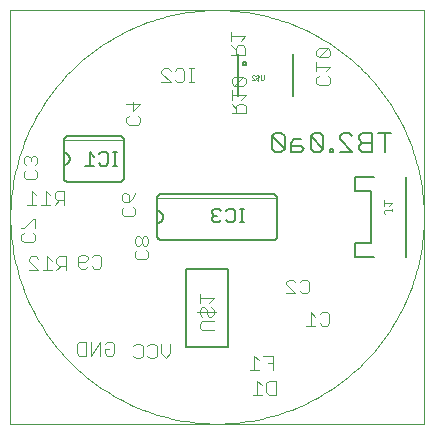
<source format=gbo>
G75*
%MOIN*%
%OFA0B0*%
%FSLAX25Y25*%
%IPPOS*%
%LPD*%
%AMOC8*
5,1,8,0,0,1.08239X$1,22.5*
%
%ADD10C,0.00000*%
%ADD11C,0.00060*%
%ADD12C,0.00600*%
%ADD13C,0.00400*%
%ADD14C,0.00200*%
%ADD15C,0.00500*%
%ADD16C,0.00800*%
%ADD17C,0.00100*%
D10*
X0003862Y0002287D02*
X0003862Y0140083D01*
X0141657Y0140083D01*
X0141657Y0002287D01*
X0003862Y0002287D01*
D11*
X0003862Y0071185D02*
X0003883Y0072876D01*
X0003945Y0074566D01*
X0004049Y0076253D01*
X0004194Y0077938D01*
X0004380Y0079619D01*
X0004608Y0081294D01*
X0004876Y0082964D01*
X0005186Y0084626D01*
X0005536Y0086281D01*
X0005927Y0087926D01*
X0006358Y0089561D01*
X0006829Y0091185D01*
X0007339Y0092797D01*
X0007889Y0094396D01*
X0008479Y0095981D01*
X0009107Y0097551D01*
X0009773Y0099105D01*
X0010477Y0100643D01*
X0011219Y0102162D01*
X0011997Y0103663D01*
X0012813Y0105145D01*
X0013664Y0106606D01*
X0014551Y0108045D01*
X0015473Y0109463D01*
X0016430Y0110857D01*
X0017421Y0112227D01*
X0018445Y0113573D01*
X0019501Y0114893D01*
X0020590Y0116187D01*
X0021710Y0117454D01*
X0022861Y0118693D01*
X0024042Y0119903D01*
X0025252Y0121084D01*
X0026491Y0122235D01*
X0027758Y0123355D01*
X0029052Y0124444D01*
X0030372Y0125500D01*
X0031718Y0126524D01*
X0033088Y0127515D01*
X0034482Y0128472D01*
X0035900Y0129394D01*
X0037339Y0130281D01*
X0038800Y0131132D01*
X0040282Y0131948D01*
X0041783Y0132726D01*
X0043302Y0133468D01*
X0044840Y0134172D01*
X0046394Y0134838D01*
X0047964Y0135466D01*
X0049549Y0136056D01*
X0051148Y0136606D01*
X0052760Y0137116D01*
X0054384Y0137587D01*
X0056019Y0138018D01*
X0057664Y0138409D01*
X0059319Y0138759D01*
X0060981Y0139069D01*
X0062651Y0139337D01*
X0064326Y0139565D01*
X0066007Y0139751D01*
X0067692Y0139896D01*
X0069379Y0140000D01*
X0071069Y0140062D01*
X0072760Y0140083D01*
X0074451Y0140062D01*
X0076141Y0140000D01*
X0077828Y0139896D01*
X0079513Y0139751D01*
X0081194Y0139565D01*
X0082869Y0139337D01*
X0084539Y0139069D01*
X0086201Y0138759D01*
X0087856Y0138409D01*
X0089501Y0138018D01*
X0091136Y0137587D01*
X0092760Y0137116D01*
X0094372Y0136606D01*
X0095971Y0136056D01*
X0097556Y0135466D01*
X0099126Y0134838D01*
X0100680Y0134172D01*
X0102218Y0133468D01*
X0103737Y0132726D01*
X0105238Y0131948D01*
X0106720Y0131132D01*
X0108181Y0130281D01*
X0109620Y0129394D01*
X0111038Y0128472D01*
X0112432Y0127515D01*
X0113802Y0126524D01*
X0115148Y0125500D01*
X0116468Y0124444D01*
X0117762Y0123355D01*
X0119029Y0122235D01*
X0120268Y0121084D01*
X0121478Y0119903D01*
X0122659Y0118693D01*
X0123810Y0117454D01*
X0124930Y0116187D01*
X0126019Y0114893D01*
X0127075Y0113573D01*
X0128099Y0112227D01*
X0129090Y0110857D01*
X0130047Y0109463D01*
X0130969Y0108045D01*
X0131856Y0106606D01*
X0132707Y0105145D01*
X0133523Y0103663D01*
X0134301Y0102162D01*
X0135043Y0100643D01*
X0135747Y0099105D01*
X0136413Y0097551D01*
X0137041Y0095981D01*
X0137631Y0094396D01*
X0138181Y0092797D01*
X0138691Y0091185D01*
X0139162Y0089561D01*
X0139593Y0087926D01*
X0139984Y0086281D01*
X0140334Y0084626D01*
X0140644Y0082964D01*
X0140912Y0081294D01*
X0141140Y0079619D01*
X0141326Y0077938D01*
X0141471Y0076253D01*
X0141575Y0074566D01*
X0141637Y0072876D01*
X0141658Y0071185D01*
X0141637Y0069494D01*
X0141575Y0067804D01*
X0141471Y0066117D01*
X0141326Y0064432D01*
X0141140Y0062751D01*
X0140912Y0061076D01*
X0140644Y0059406D01*
X0140334Y0057744D01*
X0139984Y0056089D01*
X0139593Y0054444D01*
X0139162Y0052809D01*
X0138691Y0051185D01*
X0138181Y0049573D01*
X0137631Y0047974D01*
X0137041Y0046389D01*
X0136413Y0044819D01*
X0135747Y0043265D01*
X0135043Y0041727D01*
X0134301Y0040208D01*
X0133523Y0038707D01*
X0132707Y0037225D01*
X0131856Y0035764D01*
X0130969Y0034325D01*
X0130047Y0032907D01*
X0129090Y0031513D01*
X0128099Y0030143D01*
X0127075Y0028797D01*
X0126019Y0027477D01*
X0124930Y0026183D01*
X0123810Y0024916D01*
X0122659Y0023677D01*
X0121478Y0022467D01*
X0120268Y0021286D01*
X0119029Y0020135D01*
X0117762Y0019015D01*
X0116468Y0017926D01*
X0115148Y0016870D01*
X0113802Y0015846D01*
X0112432Y0014855D01*
X0111038Y0013898D01*
X0109620Y0012976D01*
X0108181Y0012089D01*
X0106720Y0011238D01*
X0105238Y0010422D01*
X0103737Y0009644D01*
X0102218Y0008902D01*
X0100680Y0008198D01*
X0099126Y0007532D01*
X0097556Y0006904D01*
X0095971Y0006314D01*
X0094372Y0005764D01*
X0092760Y0005254D01*
X0091136Y0004783D01*
X0089501Y0004352D01*
X0087856Y0003961D01*
X0086201Y0003611D01*
X0084539Y0003301D01*
X0082869Y0003033D01*
X0081194Y0002805D01*
X0079513Y0002619D01*
X0077828Y0002474D01*
X0076141Y0002370D01*
X0074451Y0002308D01*
X0072760Y0002287D01*
X0071069Y0002308D01*
X0069379Y0002370D01*
X0067692Y0002474D01*
X0066007Y0002619D01*
X0064326Y0002805D01*
X0062651Y0003033D01*
X0060981Y0003301D01*
X0059319Y0003611D01*
X0057664Y0003961D01*
X0056019Y0004352D01*
X0054384Y0004783D01*
X0052760Y0005254D01*
X0051148Y0005764D01*
X0049549Y0006314D01*
X0047964Y0006904D01*
X0046394Y0007532D01*
X0044840Y0008198D01*
X0043302Y0008902D01*
X0041783Y0009644D01*
X0040282Y0010422D01*
X0038800Y0011238D01*
X0037339Y0012089D01*
X0035900Y0012976D01*
X0034482Y0013898D01*
X0033088Y0014855D01*
X0031718Y0015846D01*
X0030372Y0016870D01*
X0029052Y0017926D01*
X0027758Y0019015D01*
X0026491Y0020135D01*
X0025252Y0021286D01*
X0024042Y0022467D01*
X0022861Y0023677D01*
X0021710Y0024916D01*
X0020590Y0026183D01*
X0019501Y0027477D01*
X0018445Y0028797D01*
X0017421Y0030143D01*
X0016430Y0031513D01*
X0015473Y0032907D01*
X0014551Y0034325D01*
X0013664Y0035764D01*
X0012813Y0037225D01*
X0011997Y0038707D01*
X0011219Y0040208D01*
X0010477Y0041727D01*
X0009773Y0043265D01*
X0009107Y0044819D01*
X0008479Y0046389D01*
X0007889Y0047974D01*
X0007339Y0049573D01*
X0006829Y0051185D01*
X0006358Y0052809D01*
X0005927Y0054444D01*
X0005536Y0056089D01*
X0005186Y0057744D01*
X0004876Y0059406D01*
X0004608Y0061076D01*
X0004380Y0062751D01*
X0004194Y0064432D01*
X0004049Y0066117D01*
X0003945Y0067804D01*
X0003883Y0069494D01*
X0003862Y0071185D01*
D12*
X0021657Y0084355D02*
X0021657Y0096755D01*
X0021659Y0096831D01*
X0021665Y0096907D01*
X0021674Y0096982D01*
X0021688Y0097057D01*
X0021705Y0097131D01*
X0021726Y0097204D01*
X0021750Y0097276D01*
X0021779Y0097347D01*
X0021810Y0097416D01*
X0021845Y0097483D01*
X0021884Y0097548D01*
X0021926Y0097612D01*
X0021971Y0097673D01*
X0022019Y0097732D01*
X0022070Y0097788D01*
X0022124Y0097842D01*
X0022180Y0097893D01*
X0022239Y0097941D01*
X0022300Y0097986D01*
X0022364Y0098028D01*
X0022429Y0098067D01*
X0022496Y0098102D01*
X0022565Y0098133D01*
X0022636Y0098162D01*
X0022708Y0098186D01*
X0022781Y0098207D01*
X0022855Y0098224D01*
X0022930Y0098238D01*
X0023005Y0098247D01*
X0023081Y0098253D01*
X0023157Y0098255D01*
X0040157Y0098255D01*
X0040233Y0098253D01*
X0040309Y0098247D01*
X0040384Y0098238D01*
X0040459Y0098224D01*
X0040533Y0098207D01*
X0040606Y0098186D01*
X0040678Y0098162D01*
X0040749Y0098133D01*
X0040818Y0098102D01*
X0040885Y0098067D01*
X0040950Y0098028D01*
X0041014Y0097986D01*
X0041075Y0097941D01*
X0041134Y0097893D01*
X0041190Y0097842D01*
X0041244Y0097788D01*
X0041295Y0097732D01*
X0041343Y0097673D01*
X0041388Y0097612D01*
X0041430Y0097548D01*
X0041469Y0097483D01*
X0041504Y0097416D01*
X0041535Y0097347D01*
X0041564Y0097276D01*
X0041588Y0097204D01*
X0041609Y0097131D01*
X0041626Y0097057D01*
X0041640Y0096982D01*
X0041649Y0096907D01*
X0041655Y0096831D01*
X0041657Y0096755D01*
X0041657Y0084355D01*
X0041655Y0084279D01*
X0041649Y0084203D01*
X0041640Y0084128D01*
X0041626Y0084053D01*
X0041609Y0083979D01*
X0041588Y0083906D01*
X0041564Y0083834D01*
X0041535Y0083763D01*
X0041504Y0083694D01*
X0041469Y0083627D01*
X0041430Y0083562D01*
X0041388Y0083498D01*
X0041343Y0083437D01*
X0041295Y0083378D01*
X0041244Y0083322D01*
X0041190Y0083268D01*
X0041134Y0083217D01*
X0041075Y0083169D01*
X0041014Y0083124D01*
X0040950Y0083082D01*
X0040885Y0083043D01*
X0040818Y0083008D01*
X0040749Y0082977D01*
X0040678Y0082948D01*
X0040606Y0082924D01*
X0040533Y0082903D01*
X0040459Y0082886D01*
X0040384Y0082872D01*
X0040309Y0082863D01*
X0040233Y0082857D01*
X0040157Y0082855D01*
X0023157Y0082855D01*
X0023081Y0082857D01*
X0023005Y0082863D01*
X0022930Y0082872D01*
X0022855Y0082886D01*
X0022781Y0082903D01*
X0022708Y0082924D01*
X0022636Y0082948D01*
X0022565Y0082977D01*
X0022496Y0083008D01*
X0022429Y0083043D01*
X0022364Y0083082D01*
X0022300Y0083124D01*
X0022239Y0083169D01*
X0022180Y0083217D01*
X0022124Y0083268D01*
X0022070Y0083322D01*
X0022019Y0083378D01*
X0021971Y0083437D01*
X0021926Y0083498D01*
X0021884Y0083562D01*
X0021845Y0083627D01*
X0021810Y0083694D01*
X0021779Y0083763D01*
X0021750Y0083834D01*
X0021726Y0083906D01*
X0021705Y0083979D01*
X0021688Y0084053D01*
X0021674Y0084128D01*
X0021665Y0084203D01*
X0021659Y0084279D01*
X0021657Y0084355D01*
X0021657Y0088555D02*
X0021745Y0088557D01*
X0021834Y0088563D01*
X0021922Y0088573D01*
X0022009Y0088586D01*
X0022096Y0088604D01*
X0022182Y0088625D01*
X0022267Y0088650D01*
X0022350Y0088679D01*
X0022433Y0088712D01*
X0022513Y0088748D01*
X0022592Y0088787D01*
X0022670Y0088830D01*
X0022745Y0088877D01*
X0022818Y0088927D01*
X0022889Y0088980D01*
X0022958Y0089036D01*
X0023024Y0089095D01*
X0023087Y0089157D01*
X0023147Y0089221D01*
X0023205Y0089288D01*
X0023259Y0089358D01*
X0023311Y0089430D01*
X0023359Y0089504D01*
X0023404Y0089581D01*
X0023445Y0089659D01*
X0023483Y0089739D01*
X0023517Y0089820D01*
X0023548Y0089903D01*
X0023575Y0089988D01*
X0023598Y0090073D01*
X0023617Y0090159D01*
X0023633Y0090247D01*
X0023645Y0090334D01*
X0023653Y0090422D01*
X0023657Y0090511D01*
X0023657Y0090599D01*
X0023653Y0090688D01*
X0023645Y0090776D01*
X0023633Y0090863D01*
X0023617Y0090951D01*
X0023598Y0091037D01*
X0023575Y0091122D01*
X0023548Y0091207D01*
X0023517Y0091290D01*
X0023483Y0091371D01*
X0023445Y0091451D01*
X0023404Y0091529D01*
X0023359Y0091606D01*
X0023311Y0091680D01*
X0023259Y0091752D01*
X0023205Y0091822D01*
X0023147Y0091889D01*
X0023087Y0091953D01*
X0023024Y0092015D01*
X0022958Y0092074D01*
X0022889Y0092130D01*
X0022818Y0092183D01*
X0022745Y0092233D01*
X0022670Y0092280D01*
X0022592Y0092323D01*
X0022513Y0092362D01*
X0022433Y0092398D01*
X0022350Y0092431D01*
X0022267Y0092460D01*
X0022182Y0092485D01*
X0022096Y0092506D01*
X0022009Y0092524D01*
X0021922Y0092537D01*
X0021834Y0092547D01*
X0021745Y0092553D01*
X0021657Y0092555D01*
X0052760Y0077385D02*
X0052760Y0073185D01*
X0052760Y0069185D01*
X0052760Y0064985D01*
X0052762Y0064909D01*
X0052768Y0064833D01*
X0052777Y0064758D01*
X0052791Y0064683D01*
X0052808Y0064609D01*
X0052829Y0064536D01*
X0052853Y0064464D01*
X0052882Y0064393D01*
X0052913Y0064324D01*
X0052948Y0064257D01*
X0052987Y0064192D01*
X0053029Y0064128D01*
X0053074Y0064067D01*
X0053122Y0064008D01*
X0053173Y0063952D01*
X0053227Y0063898D01*
X0053283Y0063847D01*
X0053342Y0063799D01*
X0053403Y0063754D01*
X0053467Y0063712D01*
X0053532Y0063673D01*
X0053599Y0063638D01*
X0053668Y0063607D01*
X0053739Y0063578D01*
X0053811Y0063554D01*
X0053884Y0063533D01*
X0053958Y0063516D01*
X0054033Y0063502D01*
X0054108Y0063493D01*
X0054184Y0063487D01*
X0054260Y0063485D01*
X0091260Y0063485D01*
X0091336Y0063487D01*
X0091412Y0063493D01*
X0091487Y0063502D01*
X0091562Y0063516D01*
X0091636Y0063533D01*
X0091709Y0063554D01*
X0091781Y0063578D01*
X0091852Y0063607D01*
X0091921Y0063638D01*
X0091988Y0063673D01*
X0092053Y0063712D01*
X0092117Y0063754D01*
X0092178Y0063799D01*
X0092237Y0063847D01*
X0092293Y0063898D01*
X0092347Y0063952D01*
X0092398Y0064008D01*
X0092446Y0064067D01*
X0092491Y0064128D01*
X0092533Y0064192D01*
X0092572Y0064257D01*
X0092607Y0064324D01*
X0092638Y0064393D01*
X0092667Y0064464D01*
X0092691Y0064536D01*
X0092712Y0064609D01*
X0092729Y0064683D01*
X0092743Y0064758D01*
X0092752Y0064833D01*
X0092758Y0064909D01*
X0092760Y0064985D01*
X0092760Y0077385D01*
X0092758Y0077461D01*
X0092752Y0077537D01*
X0092743Y0077612D01*
X0092729Y0077687D01*
X0092712Y0077761D01*
X0092691Y0077834D01*
X0092667Y0077906D01*
X0092638Y0077977D01*
X0092607Y0078046D01*
X0092572Y0078113D01*
X0092533Y0078178D01*
X0092491Y0078242D01*
X0092446Y0078303D01*
X0092398Y0078362D01*
X0092347Y0078418D01*
X0092293Y0078472D01*
X0092237Y0078523D01*
X0092178Y0078571D01*
X0092117Y0078616D01*
X0092053Y0078658D01*
X0091988Y0078697D01*
X0091921Y0078732D01*
X0091852Y0078763D01*
X0091781Y0078792D01*
X0091709Y0078816D01*
X0091636Y0078837D01*
X0091562Y0078854D01*
X0091487Y0078868D01*
X0091412Y0078877D01*
X0091336Y0078883D01*
X0091260Y0078885D01*
X0054260Y0078885D01*
X0054184Y0078883D01*
X0054108Y0078877D01*
X0054033Y0078868D01*
X0053958Y0078854D01*
X0053884Y0078837D01*
X0053811Y0078816D01*
X0053739Y0078792D01*
X0053668Y0078763D01*
X0053599Y0078732D01*
X0053532Y0078697D01*
X0053467Y0078658D01*
X0053403Y0078616D01*
X0053342Y0078571D01*
X0053283Y0078523D01*
X0053227Y0078472D01*
X0053173Y0078418D01*
X0053122Y0078362D01*
X0053074Y0078303D01*
X0053029Y0078242D01*
X0052987Y0078178D01*
X0052948Y0078113D01*
X0052913Y0078046D01*
X0052882Y0077977D01*
X0052853Y0077906D01*
X0052829Y0077834D01*
X0052808Y0077761D01*
X0052791Y0077687D01*
X0052777Y0077612D01*
X0052768Y0077537D01*
X0052762Y0077461D01*
X0052760Y0077385D01*
X0052760Y0073185D02*
X0052848Y0073183D01*
X0052937Y0073177D01*
X0053025Y0073167D01*
X0053112Y0073154D01*
X0053199Y0073136D01*
X0053285Y0073115D01*
X0053370Y0073090D01*
X0053453Y0073061D01*
X0053536Y0073028D01*
X0053616Y0072992D01*
X0053695Y0072953D01*
X0053773Y0072910D01*
X0053848Y0072863D01*
X0053921Y0072813D01*
X0053992Y0072760D01*
X0054061Y0072704D01*
X0054127Y0072645D01*
X0054190Y0072583D01*
X0054250Y0072519D01*
X0054308Y0072452D01*
X0054362Y0072382D01*
X0054414Y0072310D01*
X0054462Y0072236D01*
X0054507Y0072159D01*
X0054548Y0072081D01*
X0054586Y0072001D01*
X0054620Y0071920D01*
X0054651Y0071837D01*
X0054678Y0071752D01*
X0054701Y0071667D01*
X0054720Y0071581D01*
X0054736Y0071493D01*
X0054748Y0071406D01*
X0054756Y0071318D01*
X0054760Y0071229D01*
X0054760Y0071141D01*
X0054756Y0071052D01*
X0054748Y0070964D01*
X0054736Y0070877D01*
X0054720Y0070789D01*
X0054701Y0070703D01*
X0054678Y0070618D01*
X0054651Y0070533D01*
X0054620Y0070450D01*
X0054586Y0070369D01*
X0054548Y0070289D01*
X0054507Y0070211D01*
X0054462Y0070134D01*
X0054414Y0070060D01*
X0054362Y0069988D01*
X0054308Y0069918D01*
X0054250Y0069851D01*
X0054190Y0069787D01*
X0054127Y0069725D01*
X0054061Y0069666D01*
X0053992Y0069610D01*
X0053921Y0069557D01*
X0053848Y0069507D01*
X0053773Y0069460D01*
X0053695Y0069417D01*
X0053616Y0069378D01*
X0053536Y0069342D01*
X0053453Y0069309D01*
X0053370Y0069280D01*
X0053285Y0069255D01*
X0053199Y0069234D01*
X0053112Y0069216D01*
X0053025Y0069203D01*
X0052937Y0069193D01*
X0052848Y0069187D01*
X0052760Y0069185D01*
X0091007Y0093812D02*
X0092075Y0092745D01*
X0094210Y0092745D01*
X0095277Y0093812D01*
X0091007Y0098083D01*
X0091007Y0093812D01*
X0095277Y0093812D02*
X0095277Y0098083D01*
X0094210Y0099150D01*
X0092075Y0099150D01*
X0091007Y0098083D01*
X0097453Y0095948D02*
X0097453Y0092745D01*
X0100655Y0092745D01*
X0101723Y0093812D01*
X0100655Y0094880D01*
X0097453Y0094880D01*
X0097453Y0095948D02*
X0098520Y0097015D01*
X0100655Y0097015D01*
X0103898Y0098083D02*
X0103898Y0093812D01*
X0104966Y0092745D01*
X0107101Y0092745D01*
X0108168Y0093812D01*
X0103898Y0098083D01*
X0104966Y0099150D01*
X0107101Y0099150D01*
X0108168Y0098083D01*
X0108168Y0093812D01*
X0110323Y0093812D02*
X0110323Y0092745D01*
X0111391Y0092745D01*
X0111391Y0093812D01*
X0110323Y0093812D01*
X0113566Y0092745D02*
X0117837Y0092745D01*
X0113566Y0097015D01*
X0113566Y0098083D01*
X0114634Y0099150D01*
X0116769Y0099150D01*
X0117837Y0098083D01*
X0120012Y0098083D02*
X0120012Y0097015D01*
X0121079Y0095948D01*
X0124282Y0095948D01*
X0124282Y0099150D02*
X0124282Y0092745D01*
X0121079Y0092745D01*
X0120012Y0093812D01*
X0120012Y0094880D01*
X0121079Y0095948D01*
X0120012Y0098083D02*
X0121079Y0099150D01*
X0124282Y0099150D01*
X0126457Y0099150D02*
X0130728Y0099150D01*
X0128592Y0099150D02*
X0128592Y0092745D01*
X0098201Y0111331D02*
X0098201Y0125528D01*
X0079602Y0125528D02*
X0079602Y0111331D01*
D13*
X0080710Y0110284D02*
X0082245Y0111819D01*
X0077641Y0111819D01*
X0077641Y0110284D02*
X0077641Y0113354D01*
X0078408Y0114888D02*
X0077641Y0115655D01*
X0077641Y0117190D01*
X0078408Y0117957D01*
X0081478Y0117957D01*
X0078408Y0114888D01*
X0081478Y0114888D01*
X0082245Y0115655D01*
X0082245Y0117190D01*
X0081478Y0117957D01*
X0082127Y0125247D02*
X0077523Y0125247D01*
X0079057Y0125247D02*
X0079057Y0127549D01*
X0079825Y0128317D01*
X0081359Y0128317D01*
X0082127Y0127549D01*
X0082127Y0125247D01*
X0079057Y0126782D02*
X0077523Y0128317D01*
X0077523Y0129851D02*
X0077523Y0132920D01*
X0077523Y0131386D02*
X0082127Y0131386D01*
X0080592Y0129851D01*
X0064902Y0120662D02*
X0063368Y0120662D01*
X0064135Y0120662D02*
X0064135Y0116058D01*
X0064902Y0116058D02*
X0063368Y0116058D01*
X0061833Y0116826D02*
X0061066Y0116058D01*
X0059531Y0116058D01*
X0058764Y0116826D01*
X0057229Y0116058D02*
X0054160Y0119128D01*
X0054160Y0119895D01*
X0054927Y0120662D01*
X0056462Y0120662D01*
X0057229Y0119895D01*
X0058764Y0119895D02*
X0059531Y0120662D01*
X0061066Y0120662D01*
X0061833Y0119895D01*
X0061833Y0116826D01*
X0057229Y0116058D02*
X0054160Y0116058D01*
X0047123Y0108804D02*
X0044821Y0106502D01*
X0044821Y0109571D01*
X0042519Y0108804D02*
X0047123Y0108804D01*
X0046355Y0104967D02*
X0047123Y0104200D01*
X0047123Y0102665D01*
X0046355Y0101898D01*
X0043286Y0101898D01*
X0042519Y0102665D01*
X0042519Y0104200D01*
X0043286Y0104967D01*
X0021729Y0079883D02*
X0019427Y0079883D01*
X0018660Y0079115D01*
X0018660Y0077581D01*
X0019427Y0076813D01*
X0021729Y0076813D01*
X0021729Y0075279D02*
X0021729Y0079883D01*
X0020195Y0076813D02*
X0018660Y0075279D01*
X0017125Y0075279D02*
X0014056Y0075279D01*
X0015591Y0075279D02*
X0015591Y0079883D01*
X0017125Y0078348D01*
X0012521Y0078348D02*
X0010987Y0079883D01*
X0010987Y0075279D01*
X0012521Y0075279D02*
X0009452Y0075279D01*
X0011293Y0070440D02*
X0008223Y0067371D01*
X0007456Y0067371D01*
X0008223Y0065836D02*
X0007456Y0065069D01*
X0007456Y0063534D01*
X0008223Y0062767D01*
X0011293Y0062767D01*
X0012060Y0063534D01*
X0012060Y0065069D01*
X0011293Y0065836D01*
X0012060Y0067371D02*
X0012060Y0070440D01*
X0011293Y0070440D01*
X0010732Y0058040D02*
X0009965Y0057273D01*
X0009965Y0056505D01*
X0013034Y0053436D01*
X0009965Y0053436D01*
X0014569Y0053436D02*
X0017638Y0053436D01*
X0019172Y0053436D02*
X0020707Y0054971D01*
X0019940Y0054971D02*
X0022242Y0054971D01*
X0022242Y0053436D02*
X0022242Y0058040D01*
X0019940Y0058040D01*
X0019172Y0057273D01*
X0019172Y0055738D01*
X0019940Y0054971D01*
X0017638Y0056505D02*
X0016103Y0058040D01*
X0016103Y0053436D01*
X0013034Y0057273D02*
X0012267Y0058040D01*
X0010732Y0058040D01*
X0026500Y0057773D02*
X0026500Y0054704D01*
X0027267Y0053936D01*
X0028802Y0053936D01*
X0029569Y0054704D01*
X0031104Y0054704D02*
X0031871Y0053936D01*
X0033406Y0053936D01*
X0034173Y0054704D01*
X0034173Y0057773D01*
X0033406Y0058540D01*
X0031871Y0058540D01*
X0031104Y0057773D01*
X0029569Y0057773D02*
X0029569Y0057005D01*
X0028802Y0056238D01*
X0026500Y0056238D01*
X0026500Y0057773D02*
X0027267Y0058540D01*
X0028802Y0058540D01*
X0029569Y0057773D01*
X0045275Y0057783D02*
X0045275Y0059318D01*
X0046042Y0060085D01*
X0046042Y0061620D02*
X0046809Y0061620D01*
X0047577Y0062387D01*
X0047577Y0063922D01*
X0046809Y0064689D01*
X0046042Y0064689D01*
X0045275Y0063922D01*
X0045275Y0062387D01*
X0046042Y0061620D01*
X0047577Y0062387D02*
X0048344Y0061620D01*
X0049111Y0061620D01*
X0049879Y0062387D01*
X0049879Y0063922D01*
X0049111Y0064689D01*
X0048344Y0064689D01*
X0047577Y0063922D01*
X0049111Y0060085D02*
X0049879Y0059318D01*
X0049879Y0057783D01*
X0049111Y0057016D01*
X0046042Y0057016D01*
X0045275Y0057783D01*
X0044757Y0071428D02*
X0041688Y0071428D01*
X0040920Y0072196D01*
X0040920Y0073730D01*
X0041688Y0074498D01*
X0041688Y0076032D02*
X0040920Y0076800D01*
X0040920Y0078334D01*
X0041688Y0079102D01*
X0042455Y0079102D01*
X0043222Y0078334D01*
X0043222Y0076032D01*
X0041688Y0076032D01*
X0043222Y0076032D02*
X0044757Y0077567D01*
X0045524Y0079102D01*
X0044757Y0074498D02*
X0045524Y0073730D01*
X0045524Y0072196D01*
X0044757Y0071428D01*
X0066972Y0045598D02*
X0066972Y0042529D01*
X0066972Y0044064D02*
X0071576Y0044064D01*
X0070042Y0042529D01*
X0070809Y0040994D02*
X0071576Y0040227D01*
X0071576Y0038693D01*
X0070809Y0037925D01*
X0070042Y0037925D01*
X0069274Y0038693D01*
X0069274Y0040227D01*
X0068507Y0040994D01*
X0067740Y0040994D01*
X0066972Y0040227D01*
X0066972Y0038693D01*
X0067740Y0037925D01*
X0067740Y0036391D02*
X0071576Y0036391D01*
X0071576Y0033321D02*
X0067740Y0033321D01*
X0066972Y0034089D01*
X0066972Y0035623D01*
X0067740Y0036391D01*
X0066205Y0039460D02*
X0072344Y0039460D01*
X0085110Y0024859D02*
X0085110Y0020255D01*
X0083576Y0020255D02*
X0086645Y0020255D01*
X0086645Y0023324D02*
X0085110Y0024859D01*
X0088180Y0024859D02*
X0091249Y0024859D01*
X0091249Y0020255D01*
X0091249Y0022557D02*
X0089714Y0022557D01*
X0089943Y0016540D02*
X0092245Y0016540D01*
X0092245Y0011936D01*
X0089943Y0011936D01*
X0089176Y0012704D01*
X0089176Y0015773D01*
X0089943Y0016540D01*
X0087641Y0015005D02*
X0086106Y0016540D01*
X0086106Y0011936D01*
X0084572Y0011936D02*
X0087641Y0011936D01*
X0102402Y0034897D02*
X0105472Y0034897D01*
X0103937Y0034897D02*
X0103937Y0039501D01*
X0105472Y0037966D01*
X0107006Y0038733D02*
X0107774Y0039501D01*
X0109308Y0039501D01*
X0110076Y0038733D01*
X0110076Y0035664D01*
X0109308Y0034897D01*
X0107774Y0034897D01*
X0107006Y0035664D01*
X0102697Y0045669D02*
X0101163Y0045669D01*
X0100395Y0046436D01*
X0098861Y0045669D02*
X0095791Y0048738D01*
X0095791Y0049505D01*
X0096559Y0050272D01*
X0098093Y0050272D01*
X0098861Y0049505D01*
X0100395Y0049505D02*
X0101163Y0050272D01*
X0102697Y0050272D01*
X0103465Y0049505D01*
X0103465Y0046436D01*
X0102697Y0045669D01*
X0098861Y0045669D02*
X0095791Y0045669D01*
X0057159Y0028745D02*
X0057159Y0025676D01*
X0055624Y0024141D01*
X0054090Y0025676D01*
X0054090Y0028745D01*
X0052555Y0027978D02*
X0052555Y0024908D01*
X0051788Y0024141D01*
X0050253Y0024141D01*
X0049486Y0024908D01*
X0047951Y0024908D02*
X0047184Y0024141D01*
X0045649Y0024141D01*
X0044882Y0024908D01*
X0047951Y0024908D02*
X0047951Y0027978D01*
X0047184Y0028745D01*
X0045649Y0028745D01*
X0044882Y0027978D01*
X0049486Y0027978D02*
X0050253Y0028745D01*
X0051788Y0028745D01*
X0052555Y0027978D01*
X0038387Y0028804D02*
X0038387Y0025735D01*
X0037619Y0024968D01*
X0036085Y0024968D01*
X0035317Y0025735D01*
X0035317Y0027270D01*
X0036852Y0027270D01*
X0038387Y0028804D02*
X0037619Y0029572D01*
X0036085Y0029572D01*
X0035317Y0028804D01*
X0033783Y0029572D02*
X0030713Y0024968D01*
X0030713Y0029572D01*
X0029179Y0029572D02*
X0026877Y0029572D01*
X0026109Y0028804D01*
X0026109Y0025735D01*
X0026877Y0024968D01*
X0029179Y0024968D01*
X0029179Y0029572D01*
X0033783Y0029572D02*
X0033783Y0024968D01*
X0012104Y0083787D02*
X0009034Y0083787D01*
X0008267Y0084555D01*
X0008267Y0086089D01*
X0009034Y0086857D01*
X0009034Y0088391D02*
X0008267Y0089159D01*
X0008267Y0090693D01*
X0009034Y0091461D01*
X0009802Y0091461D01*
X0010569Y0090693D01*
X0010569Y0089926D01*
X0010569Y0090693D02*
X0011336Y0091461D01*
X0012104Y0091461D01*
X0012871Y0090693D01*
X0012871Y0089159D01*
X0012104Y0088391D01*
X0012104Y0086857D02*
X0012871Y0086089D01*
X0012871Y0084555D01*
X0012104Y0083787D01*
X0077641Y0105680D02*
X0082245Y0105680D01*
X0082245Y0107982D01*
X0081478Y0108750D01*
X0079943Y0108750D01*
X0079176Y0107982D01*
X0079176Y0105680D01*
X0079176Y0107215D02*
X0077641Y0108750D01*
X0105881Y0115896D02*
X0105881Y0117431D01*
X0106648Y0118198D01*
X0105881Y0119733D02*
X0105881Y0122802D01*
X0105881Y0121268D02*
X0110485Y0121268D01*
X0108950Y0119733D01*
X0109718Y0118198D02*
X0110485Y0117431D01*
X0110485Y0115896D01*
X0109718Y0115129D01*
X0106648Y0115129D01*
X0105881Y0115896D01*
X0106648Y0124337D02*
X0109718Y0127406D01*
X0106648Y0127406D01*
X0105881Y0126639D01*
X0105881Y0125104D01*
X0106648Y0124337D01*
X0109718Y0124337D01*
X0110485Y0125104D01*
X0110485Y0126639D01*
X0109718Y0127406D01*
D14*
X0092760Y0077485D02*
X0052760Y0077485D01*
X0041657Y0096855D02*
X0021657Y0096855D01*
X0128324Y0076690D02*
X0128324Y0074822D01*
X0128324Y0075756D02*
X0131127Y0075756D01*
X0130193Y0074822D01*
X0131127Y0073928D02*
X0131127Y0072994D01*
X0131127Y0073461D02*
X0128791Y0073461D01*
X0128324Y0072994D01*
X0128324Y0072527D01*
X0128791Y0072060D01*
D15*
X0081724Y0073848D02*
X0080223Y0073848D01*
X0080973Y0073848D02*
X0080973Y0069344D01*
X0080223Y0069344D02*
X0081724Y0069344D01*
X0078655Y0070095D02*
X0077904Y0069344D01*
X0076403Y0069344D01*
X0075652Y0070095D01*
X0074051Y0070095D02*
X0073300Y0069344D01*
X0071799Y0069344D01*
X0071048Y0070095D01*
X0071048Y0070846D01*
X0071799Y0071596D01*
X0072550Y0071596D01*
X0071799Y0071596D02*
X0071048Y0072347D01*
X0071048Y0073098D01*
X0071799Y0073848D01*
X0073300Y0073848D01*
X0074051Y0073098D01*
X0075652Y0073098D02*
X0076403Y0073848D01*
X0077904Y0073848D01*
X0078655Y0073098D01*
X0078655Y0070095D01*
X0039413Y0088242D02*
X0037912Y0088242D01*
X0038662Y0088242D02*
X0038662Y0092746D01*
X0037912Y0092746D02*
X0039413Y0092746D01*
X0036344Y0091995D02*
X0036344Y0088993D01*
X0035593Y0088242D01*
X0034092Y0088242D01*
X0033341Y0088993D01*
X0031740Y0088242D02*
X0028737Y0088242D01*
X0030238Y0088242D02*
X0030238Y0092746D01*
X0031740Y0091245D01*
X0033341Y0091995D02*
X0034092Y0092746D01*
X0035593Y0092746D01*
X0036344Y0091995D01*
D16*
X0062217Y0053770D02*
X0062217Y0027970D01*
X0076217Y0027970D01*
X0076217Y0053770D01*
X0062217Y0053770D01*
X0118626Y0057799D02*
X0124925Y0057799D01*
X0124138Y0062524D02*
X0118626Y0062524D01*
X0118626Y0057799D01*
X0124138Y0062524D02*
X0124138Y0079846D01*
X0118626Y0079846D01*
X0118626Y0084571D01*
X0124925Y0084571D01*
X0135555Y0084571D02*
X0135555Y0057799D01*
X0081237Y0122329D02*
X0081239Y0122376D01*
X0081245Y0122423D01*
X0081255Y0122470D01*
X0081268Y0122515D01*
X0081286Y0122559D01*
X0081307Y0122601D01*
X0081331Y0122642D01*
X0081359Y0122680D01*
X0081390Y0122716D01*
X0081424Y0122749D01*
X0081460Y0122779D01*
X0081499Y0122806D01*
X0081540Y0122830D01*
X0081583Y0122850D01*
X0081627Y0122866D01*
X0081673Y0122879D01*
X0081719Y0122888D01*
X0081767Y0122893D01*
X0081814Y0122894D01*
X0081861Y0122891D01*
X0081908Y0122884D01*
X0081954Y0122873D01*
X0081999Y0122859D01*
X0082043Y0122840D01*
X0082084Y0122818D01*
X0082124Y0122793D01*
X0082162Y0122764D01*
X0082197Y0122733D01*
X0082230Y0122698D01*
X0082259Y0122661D01*
X0082285Y0122622D01*
X0082308Y0122580D01*
X0082327Y0122537D01*
X0082343Y0122492D01*
X0082355Y0122446D01*
X0082363Y0122400D01*
X0082367Y0122353D01*
X0082367Y0122305D01*
X0082363Y0122258D01*
X0082355Y0122212D01*
X0082343Y0122166D01*
X0082327Y0122121D01*
X0082308Y0122078D01*
X0082285Y0122036D01*
X0082259Y0121997D01*
X0082230Y0121960D01*
X0082197Y0121925D01*
X0082162Y0121894D01*
X0082124Y0121865D01*
X0082085Y0121840D01*
X0082043Y0121818D01*
X0081999Y0121799D01*
X0081954Y0121785D01*
X0081908Y0121774D01*
X0081861Y0121767D01*
X0081814Y0121764D01*
X0081767Y0121765D01*
X0081719Y0121770D01*
X0081673Y0121779D01*
X0081627Y0121792D01*
X0081583Y0121808D01*
X0081540Y0121828D01*
X0081499Y0121852D01*
X0081460Y0121879D01*
X0081424Y0121909D01*
X0081390Y0121942D01*
X0081359Y0121978D01*
X0081331Y0122016D01*
X0081307Y0122057D01*
X0081286Y0122099D01*
X0081268Y0122143D01*
X0081255Y0122188D01*
X0081245Y0122235D01*
X0081239Y0122282D01*
X0081237Y0122329D01*
D17*
X0084574Y0118380D02*
X0085075Y0118380D01*
X0085325Y0118130D01*
X0085797Y0118130D02*
X0086047Y0118380D01*
X0086548Y0118380D01*
X0086798Y0118130D01*
X0086798Y0117880D01*
X0086548Y0117630D01*
X0086047Y0117630D01*
X0085797Y0117380D01*
X0085797Y0117129D01*
X0086047Y0116879D01*
X0086548Y0116879D01*
X0086798Y0117129D01*
X0087270Y0117129D02*
X0087270Y0118380D01*
X0088271Y0118380D02*
X0088271Y0117129D01*
X0088021Y0116879D01*
X0087521Y0116879D01*
X0087270Y0117129D01*
X0086298Y0116629D02*
X0086298Y0118631D01*
X0084574Y0118380D02*
X0084324Y0118130D01*
X0084324Y0117880D01*
X0085325Y0116879D01*
X0084324Y0116879D01*
M02*

</source>
